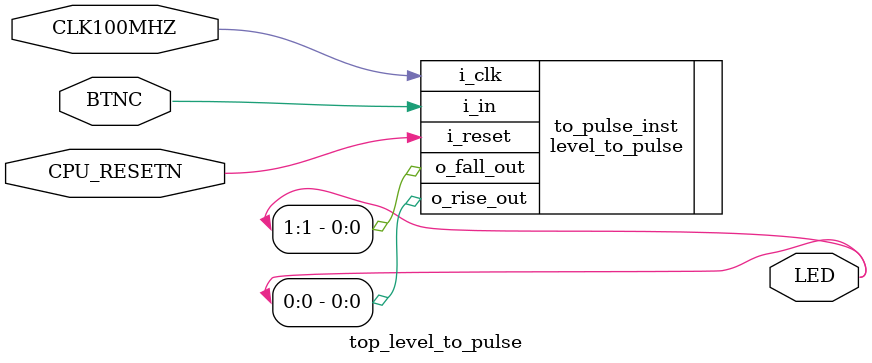
<source format=sv>
module top_level_to_pulse (
        input  logic       CLK100MHZ, CPU_RESETN,
        input  logic       BTNC,
        output logic [1:0] LED
);

    level_to_pulse to_pulse_inst (
        .i_clk      (CLK100MHZ),
        .i_reset    (CPU_RESETN),
        .i_in       (BTNC),
        .o_rise_out (LED[0]),
        .o_fall_out (LED[1])
    );

endmodule
</source>
